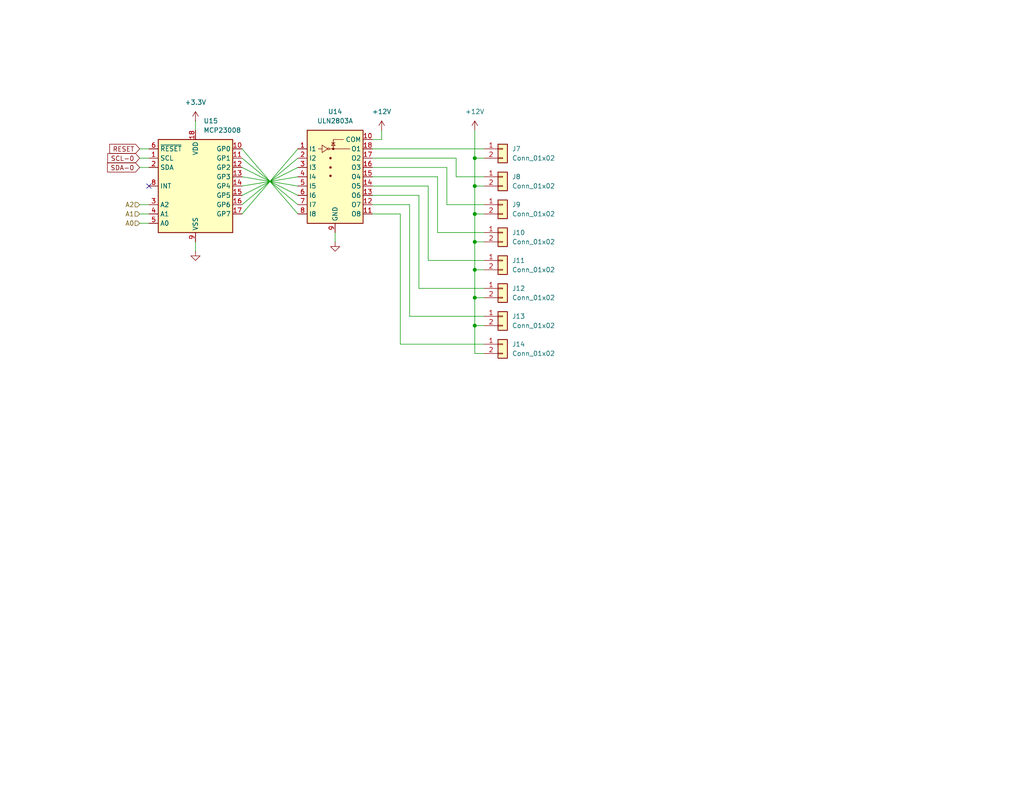
<source format=kicad_sch>
(kicad_sch (version 20250114) (generator "eeschema") (generator_version "9.0")
  (paper "USLetter")
  (title_block (title "HMS Multichannel Olfactometer Driver") (date "2025-08-27") (rev "4.1") (company "HMS Research Instrumentation Core"))
  (lib_symbols
    (symbol "Connector_Generic:Conn_01x02" (pin_names (offset 1.016) (hide yes))
      (property "Reference" "J" (at 0 2.54 0))
      (property "Value" "Conn_01x02" (at 0 -5.08 0))
      (symbol "Conn_01x02_1_1"
        (rectangle (start -1.27 1.27) (end 1.27 -3.81) (stroke (width 0.254)) (fill (type background)))
        (rectangle (start -1.27 0.127) (end 0 -0.127) (stroke (width 0.1524)))
        (rectangle (start -1.27 -2.413) (end 0 -2.667) (stroke (width 0.1524)))
        (pin passive line (at -5.08 0 0) (length 3.81) (name "Pin_1") (number "1"))
        (pin passive line (at -5.08 -2.54 0) (length 3.81) (name "Pin_2") (number "2"))
      )
    )
    (symbol "Interface_Expansion:MCP23008-xP"
      (property "Reference" "U" (at -8.89 13.97 0))
      (property "Value" "MCP23008-xP" (at 8.89 13.97 0))
      (symbol "MCP23008-xP_0_1"
        (rectangle (start -10.16 12.7) (end 10.16 -12.7) (stroke (width 0.254)) (fill (type background)))
      )
      (symbol "MCP23008-xP_1_1"
        (pin input line (at -12.7 10.16 0) (length 2.54) (name "~{RESET}") (number "6"))
        (pin input line (at -12.7 7.62 0) (length 2.54) (name "SCL") (number "1"))
        (pin bidirectional line (at -12.7 5.08 0) (length 2.54) (name "SDA") (number "2"))
        (pin output line (at -12.7 0 0) (length 2.54) (name "INT") (number "8"))
        (pin input line (at -12.7 -5.08 0) (length 2.54) (name "A2") (number "3"))
        (pin input line (at -12.7 -7.62 0) (length 2.54) (name "A1") (number "4"))
        (pin input line (at -12.7 -10.16 0) (length 2.54) (name "A0") (number "5"))
        (pin no_connect line (at -10.16 -2.54 0) (length 2.54) (hide yes) (name "NC") (number "7"))
        (pin power_in line (at 0 15.24 270) (length 2.54) (name "VDD") (number "18"))
        (pin power_in line (at 0 -15.24 90) (length 2.54) (name "VSS") (number "9"))
        (pin bidirectional line (at 12.7 10.16 180) (length 2.54) (name "GP0") (number "10"))
        (pin bidirectional line (at 12.7 7.62 180) (length 2.54) (name "GP1") (number "11"))
        (pin bidirectional line (at 12.7 5.08 180) (length 2.54) (name "GP2") (number "12"))
        (pin bidirectional line (at 12.7 2.54 180) (length 2.54) (name "GP3") (number "13"))
        (pin bidirectional line (at 12.7 0 180) (length 2.54) (name "GP4") (number "14"))
        (pin bidirectional line (at 12.7 -2.54 180) (length 2.54) (name "GP5") (number "15"))
        (pin bidirectional line (at 12.7 -5.08 180) (length 2.54) (name "GP6") (number "16"))
        (pin bidirectional line (at 12.7 -7.62 180) (length 2.54) (name "GP7") (number "17"))
      )
    )
    (symbol "Transistor_Array:ULN2803A"
      (property "Reference" "U" (at 0 13.335 0))
      (property "Value" "ULN2803A" (at 0 11.43 0))
      (symbol "ULN2803A_0_1"
        (rectangle (start -7.62 -15.24) (end 7.62 10.16) (stroke (width 0.254)) (fill (type background)))
        (polyline (pts (xy -4.572 5.08) (xy -3.556 5.08)))
        (polyline (pts (xy -3.556 6.096) (xy -3.556 4.064) (xy -2.032 5.08) (xy -3.556 6.096)))
        (circle (center -1.778 5.08) (radius 0.254))
        (polyline (pts (xy -1.524 5.08) (xy 4.064 5.08)))
        (circle (center -1.27 2.54) (radius 0.254) (fill (type outline)))
        (circle (center -1.27 0) (radius 0.254) (fill (type outline)))
        (circle (center -1.27 -2.286) (radius 0.254) (fill (type outline)))
        (circle (center -0.508 5.08) (radius 0.254) (fill (type outline)))
        (polyline (pts (xy -0.508 5.08) (xy -0.508 7.62) (xy 2.286 7.62)))
        (polyline (pts (xy 0 6.731) (xy -1.016 6.731)))
        (polyline (pts (xy 0 5.969) (xy -1.016 5.969) (xy -0.508 6.731) (xy 0 5.969)))
      )
      (symbol "ULN2803A_1_1"
        (pin input line (at -10.16 5.08 0) (length 2.54) (name "I1") (number "1"))
        (pin input line (at -10.16 2.54 0) (length 2.54) (name "I2") (number "2"))
        (pin input line (at -10.16 0 0) (length 2.54) (name "I3") (number "3"))
        (pin input line (at -10.16 -2.54 0) (length 2.54) (name "I4") (number "4"))
        (pin input line (at -10.16 -5.08 0) (length 2.54) (name "I5") (number "5"))
        (pin input line (at -10.16 -7.62 0) (length 2.54) (name "I6") (number "6"))
        (pin input line (at -10.16 -10.16 0) (length 2.54) (name "I7") (number "7"))
        (pin input line (at -10.16 -12.7 0) (length 2.54) (name "I8") (number "8"))
        (pin power_in line (at 0 -17.78 90) (length 2.54) (name "GND") (number "9"))
        (pin passive line (at 10.16 7.62 180) (length 2.54) (name "COM") (number "10"))
        (pin open_collector line (at 10.16 5.08 180) (length 2.54) (name "O1") (number "18"))
        (pin open_collector line (at 10.16 2.54 180) (length 2.54) (name "O2") (number "17"))
        (pin open_collector line (at 10.16 0 180) (length 2.54) (name "O3") (number "16"))
        (pin open_collector line (at 10.16 -2.54 180) (length 2.54) (name "O4") (number "15"))
        (pin open_collector line (at 10.16 -5.08 180) (length 2.54) (name "O5") (number "14"))
        (pin open_collector line (at 10.16 -7.62 180) (length 2.54) (name "O6") (number "13"))
        (pin open_collector line (at 10.16 -10.16 180) (length 2.54) (name "O7") (number "12"))
        (pin open_collector line (at 10.16 -12.7 180) (length 2.54) (name "O8") (number "11"))
      )
    )
    (symbol "power:+12V" (power) (pin_numbers (hide yes)) (pin_names (offset 0) (hide yes))
      (property "Value" "+12V" (at 0 3.556 0))
      (symbol "+12V_0_1"
        (polyline (pts (xy -0.762 1.27) (xy 0 2.54)))
        (polyline (pts (xy 0 2.54) (xy 0.762 1.27)))
        (polyline (pts (xy 0 0) (xy 0 2.54)))
      )
      (symbol "+12V_1_1"
        (pin power_in line (at 0 0 90) (length 0) (name "~") (number "1"))
      )
    )
    (symbol "power:+3.3V" (power) (pin_numbers (hide yes)) (pin_names (offset 0) (hide yes))
      (property "Value" "+3.3V" (at 0 3.556 0))
      (symbol "+3.3V_0_1"
        (polyline (pts (xy -0.762 1.27) (xy 0 2.54)))
        (polyline (pts (xy 0 2.54) (xy 0.762 1.27)))
        (polyline (pts (xy 0 0) (xy 0 2.54)))
      )
      (symbol "+3.3V_1_1"
        (pin power_in line (at 0 0 90) (length 0) (name "~") (number "1"))
      )
    )
    (symbol "power:GND" (power) (pin_numbers (hide yes)) (pin_names (offset 0) (hide yes))
      (property "Value" "GND" (at 0 -3.81 0))
      (symbol "GND_0_1"
        (polyline (pts (xy 0 0) (xy 0 -1.27) (xy 1.27 -1.27) (xy 0 -2.54) (xy -1.27 -1.27) (xy 0 -1.27)))
      )
      (symbol "GND_1_1"
        (pin power_in line (at 0 0 270) (length 0) (name "~") (number "1"))
      )
    )
  )
  (junction (at 129.54 58.42))
  (junction (at 129.54 66.04))
  (junction (at 129.54 81.28))
  (junction (at 129.54 88.9))
  (junction (at 129.54 73.66))
  (junction (at 129.54 43.18))
  (junction (at 129.54 50.8))
  (no_connect (at 40.64 50.8))
  (wire (pts (xy 111.76 55.88) (xy 101.6 55.88)))
  (wire (pts (xy 132.08 96.52) (xy 129.54 96.52)))
  (wire (pts (xy 66.04 48.26) (xy 81.28 50.8)))
  (wire (pts (xy 119.38 48.26) (xy 101.6 48.26)))
  (wire (pts (xy 104.14 35.56) (xy 104.14 38.1)))
  (wire (pts (xy 81.28 48.26) (xy 66.04 50.8)))
  (wire (pts (xy 132.08 93.98) (xy 109.22 93.98)))
  (wire (pts (xy 132.08 81.28) (xy 129.54 81.28)))
  (wire (pts (xy 53.34 68.58) (xy 53.34 66.04)))
  (wire (pts (xy 132.08 78.74) (xy 114.3 78.74)))
  (wire (pts (xy 132.08 71.12) (xy 116.84 71.12)))
  (wire (pts (xy 38.1 55.88) (xy 40.64 55.88)))
  (wire (pts (xy 101.6 43.18) (xy 124.46 43.18)))
  (wire (pts (xy 124.46 48.26) (xy 132.08 48.26)))
  (wire (pts (xy 129.54 73.66) (xy 129.54 66.04)))
  (wire (pts (xy 116.84 71.12) (xy 116.84 50.8)))
  (wire (pts (xy 38.1 40.64) (xy 40.64 40.64)))
  (wire (pts (xy 132.08 50.8) (xy 129.54 50.8)))
  (wire (pts (xy 129.54 35.56) (xy 129.54 43.18)))
  (wire (pts (xy 66.04 58.42) (xy 81.28 40.64)))
  (wire (pts (xy 81.28 53.34) (xy 66.04 45.72)))
  (wire (pts (xy 132.08 73.66) (xy 129.54 73.66)))
  (wire (pts (xy 132.08 58.42) (xy 129.54 58.42)))
  (wire (pts (xy 38.1 60.96) (xy 40.64 60.96)))
  (wire (pts (xy 109.22 93.98) (xy 109.22 58.42)))
  (wire (pts (xy 91.44 66.04) (xy 91.44 63.5)))
  (wire (pts (xy 129.54 88.9) (xy 129.54 81.28)))
  (wire (pts (xy 114.3 53.34) (xy 101.6 53.34)))
  (wire (pts (xy 132.08 86.36) (xy 111.76 86.36)))
  (wire (pts (xy 132.08 88.9) (xy 129.54 88.9)))
  (wire (pts (xy 129.54 50.8) (xy 129.54 43.18)))
  (wire (pts (xy 129.54 96.52) (xy 129.54 88.9)))
  (wire (pts (xy 132.08 63.5) (xy 119.38 63.5)))
  (wire (pts (xy 38.1 45.72) (xy 40.64 45.72)))
  (wire (pts (xy 129.54 43.18) (xy 132.08 43.18)))
  (wire (pts (xy 129.54 58.42) (xy 129.54 50.8)))
  (wire (pts (xy 101.6 38.1) (xy 104.14 38.1)))
  (wire (pts (xy 129.54 81.28) (xy 129.54 73.66)))
  (wire (pts (xy 66.04 53.34) (xy 81.28 45.72)))
  (wire (pts (xy 66.04 43.18) (xy 81.28 55.88)))
  (wire (pts (xy 101.6 40.64) (xy 132.08 40.64)))
  (wire (pts (xy 109.22 58.42) (xy 101.6 58.42)))
  (wire (pts (xy 121.92 55.88) (xy 121.92 45.72)))
  (wire (pts (xy 53.34 33.02) (xy 53.34 35.56)))
  (wire (pts (xy 116.84 50.8) (xy 101.6 50.8)))
  (wire (pts (xy 38.1 43.18) (xy 40.64 43.18)))
  (wire (pts (xy 129.54 66.04) (xy 129.54 58.42)))
  (wire (pts (xy 132.08 66.04) (xy 129.54 66.04)))
  (wire (pts (xy 119.38 63.5) (xy 119.38 48.26)))
  (wire (pts (xy 111.76 86.36) (xy 111.76 55.88)))
  (wire (pts (xy 132.08 55.88) (xy 121.92 55.88)))
  (wire (pts (xy 66.04 40.64) (xy 81.28 58.42)))
  (wire (pts (xy 81.28 43.18) (xy 66.04 55.88)))
  (wire (pts (xy 124.46 43.18) (xy 124.46 48.26)))
  (wire (pts (xy 38.1 58.42) (xy 40.64 58.42)))
  (wire (pts (xy 121.92 45.72) (xy 101.6 45.72)))
  (wire (pts (xy 114.3 78.74) (xy 114.3 53.34)))
  (global_label "SCL-0" (shape input) (at 38.1 43.18 180) (property "Intersheetrefs" "${INTERSHEET_REFS}" (effects (hide yes))))
  (global_label "RESET" (shape input) (at 38.1 40.64 180) (property "Intersheetrefs" "${INTERSHEET_REFS}" (effects (hide yes))))
  (global_label "SDA-0" (shape input) (at 38.1 45.72 180) (property "Intersheetrefs" "${INTERSHEET_REFS}" (effects (hide yes))))
  (hierarchical_label "A0" (shape input) (at 38.1 60.96 180))
  (hierarchical_label "A1" (shape input) (at 38.1 58.42 180))
  (hierarchical_label "A2" (shape input) (at 38.1 55.88 180))
  (symbol (lib_id "Connector_Generic:Conn_01x02") (at 137.16 93.98 0) (unit 1)
    (property "Reference" "J14" (at 139.7 93.9799 0) (effects (justify left)))
    (property "Value" "Conn_01x02" (at 139.7 96.5199 0) (effects (justify left)))
    (property "Footprint" "Connector_PinHeader_2.54mm:PinHeader_1x02_P2.54mm_Vertical" (effects (hide yes)))
    (property "Description" "Generic connector, single row, 01x02, script generated (kicad-library-utils/schlib/autogen/connector/)" (effects (hide yes)))
  )
  (symbol (lib_id "power:GND") (at 91.44 66.04 0) (unit 1)
    (property "Reference" "#PWR032" (effects (hide yes)))
    (property "Value" "GND" (effects (hide yes)))
    (property "Description" "Power symbol creates a global label with name \"GND\" , ground" (effects (hide yes)))
  )
  (symbol (lib_id "Connector_Generic:Conn_01x02") (at 137.16 78.74 0) (unit 1)
    (property "Reference" "J12" (at 139.7 78.7399 0) (effects (justify left)))
    (property "Value" "Conn_01x02" (at 139.7 81.2799 0) (effects (justify left)))
    (property "Footprint" "Connector_PinHeader_2.54mm:PinHeader_1x02_P2.54mm_Vertical" (effects (hide yes)))
    (property "Description" "Generic connector, single row, 01x02, script generated (kicad-library-utils/schlib/autogen/connector/)" (effects (hide yes)))
  )
  (symbol (lib_id "power:GND") (at 53.34 68.58 0) (unit 1)
    (property "Reference" "#PWR033" (effects (hide yes)))
    (property "Value" "GND" (effects (hide yes)))
    (property "Description" "Power symbol creates a global label with name \"GND\" , ground" (effects (hide yes)))
  )
  (symbol (lib_id "Transistor_Array:ULN2803A") (at 91.44 45.72 0) (unit 1)
    (property "Reference" "U14" (at 91.44 30.48 0))
    (property "Value" "ULN2803A" (at 91.44 33.02 0))
    (property "Footprint" "Package_DIP:DIP-18_W7.62mm" (effects (hide yes)))
    (property "Datasheet" "http://www.ti.com/lit/ds/symlink/uln2803a.pdf" (effects (hide yes)))
    (property "Description" "Darlington Transistor Arrays, SOIC18/DIP18" (effects (hide yes)))
  )
  (symbol (lib_id "Connector_Generic:Conn_01x02") (at 137.16 55.88 0) (unit 1)
    (property "Reference" "J9" (at 139.7 55.8799 0) (effects (justify left)))
    (property "Value" "Conn_01x02" (at 139.7 58.4199 0) (effects (justify left)))
    (property "Footprint" "Connector_PinHeader_2.54mm:PinHeader_1x02_P2.54mm_Vertical" (effects (hide yes)))
    (property "Description" "Generic connector, single row, 01x02, script generated (kicad-library-utils/schlib/autogen/connector/)" (effects (hide yes)))
  )
  (symbol (lib_id "Connector_Generic:Conn_01x02") (at 137.16 71.12 0) (unit 1)
    (property "Reference" "J11" (at 139.7 71.1199 0) (effects (justify left)))
    (property "Value" "Conn_01x02" (at 139.7 73.6599 0) (effects (justify left)))
    (property "Footprint" "Connector_PinHeader_2.54mm:PinHeader_1x02_P2.54mm_Vertical" (effects (hide yes)))
    (property "Description" "Generic connector, single row, 01x02, script generated (kicad-library-utils/schlib/autogen/connector/)" (effects (hide yes)))
  )
  (symbol (lib_id "Connector_Generic:Conn_01x02") (at 137.16 48.26 0) (unit 1)
    (property "Reference" "J8" (at 139.7 48.2599 0) (effects (justify left)))
    (property "Value" "Conn_01x02" (at 139.7 50.7999 0) (effects (justify left)))
    (property "Footprint" "Connector_PinHeader_2.54mm:PinHeader_1x02_P2.54mm_Vertical" (effects (hide yes)))
    (property "Description" "Generic connector, single row, 01x02, script generated (kicad-library-utils/schlib/autogen/connector/)" (effects (hide yes)))
  )
  (symbol (lib_id "power:+12V") (at 104.14 35.56 0) (unit 1)
    (property "Reference" "#PWR03" (effects (hide yes)))
    (property "Value" "+12V" (at 104.14 30.48 0))
    (property "Description" "Power symbol creates a global label with name \"+12V\"" (effects (hide yes)))
  )
  (symbol (lib_id "power:+3.3V") (at 53.34 33.02 0) (unit 1)
    (property "Reference" "#PWR01" (effects (hide yes)))
    (property "Value" "+3.3V" (at 53.34 27.94 0))
    (property "Description" "Power symbol creates a global label with name \"+3.3V\"" (effects (hide yes)))
  )
  (symbol (lib_id "Connector_Generic:Conn_01x02") (at 137.16 86.36 0) (unit 1)
    (property "Reference" "J13" (at 139.7 86.3599 0) (effects (justify left)))
    (property "Value" "Conn_01x02" (at 139.7 88.8999 0) (effects (justify left)))
    (property "Footprint" "Connector_PinHeader_2.54mm:PinHeader_1x02_P2.54mm_Vertical" (effects (hide yes)))
    (property "Description" "Generic connector, single row, 01x02, script generated (kicad-library-utils/schlib/autogen/connector/)" (effects (hide yes)))
  )
  (symbol (lib_id "Connector_Generic:Conn_01x02") (at 137.16 40.64 0) (unit 1)
    (property "Reference" "J7" (at 139.7 40.6399 0) (effects (justify left)))
    (property "Value" "Conn_01x02" (at 139.7 43.1799 0) (effects (justify left)))
    (property "Footprint" "Connector_PinHeader_2.54mm:PinHeader_1x02_P2.54mm_Vertical" (effects (hide yes)))
    (property "Description" "Generic connector, single row, 01x02, script generated (kicad-library-utils/schlib/autogen/connector/)" (effects (hide yes)))
  )
  (symbol (lib_id "Connector_Generic:Conn_01x02") (at 137.16 63.5 0) (unit 1)
    (property "Reference" "J10" (at 139.7 63.4999 0) (effects (justify left)))
    (property "Value" "Conn_01x02" (at 139.7 66.0399 0) (effects (justify left)))
    (property "Footprint" "Connector_PinHeader_2.54mm:PinHeader_1x02_P2.54mm_Vertical" (effects (hide yes)))
    (property "Description" "Generic connector, single row, 01x02, script generated (kicad-library-utils/schlib/autogen/connector/)" (effects (hide yes)))
  )
  (symbol (lib_id "power:+12V") (at 129.54 35.56 0) (unit 1)
    (property "Reference" "#PWR031" (effects (hide yes)))
    (property "Value" "+12V" (at 129.54 30.48 0))
    (property "Description" "Power symbol creates a global label with name \"+12V\"" (effects (hide yes)))
  )
  (symbol (lib_id "Interface_Expansion:MCP23008-xP") (at 53.34 50.8 0) (unit 1)
    (property "Reference" "U15" (at 55.5341 33.02 0) (effects (justify left)))
    (property "Value" "MCP23008" (at 55.5341 35.56 0) (effects (justify left)))
    (property "Footprint" "Package_DIP:DIP-18_W7.62mm" (effects (hide yes)))
    (property "Datasheet" "http://ww1.microchip.com/downloads/en/DeviceDoc/MCP23008-MCP23S08-Data-Sheet-20001919F.pdf" (effects (hide yes)))
    (property "Description" "8-bit I/O expander, I2C, interrupts, PDIP-18" (effects (hide yes)))
  )
)
</source>
